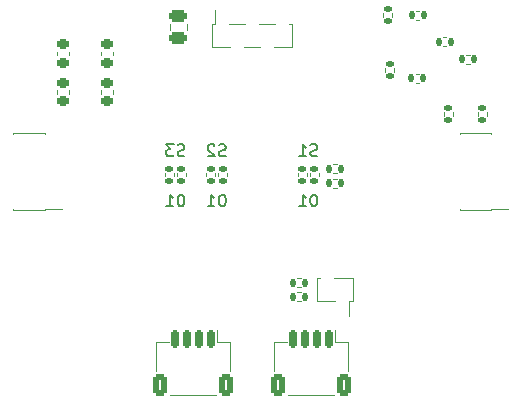
<source format=gbo>
%TF.GenerationSoftware,KiCad,Pcbnew,(6.0.9)*%
%TF.CreationDate,2023-02-02T10:43:15+01:00*%
%TF.ProjectId,ESPBoard,45535042-6f61-4726-942e-6b696361645f,rev?*%
%TF.SameCoordinates,Original*%
%TF.FileFunction,Legend,Bot*%
%TF.FilePolarity,Positive*%
%FSLAX46Y46*%
G04 Gerber Fmt 4.6, Leading zero omitted, Abs format (unit mm)*
G04 Created by KiCad (PCBNEW (6.0.9)) date 2023-02-02 10:43:15*
%MOMM*%
%LPD*%
G01*
G04 APERTURE LIST*
G04 Aperture macros list*
%AMRoundRect*
0 Rectangle with rounded corners*
0 $1 Rounding radius*
0 $2 $3 $4 $5 $6 $7 $8 $9 X,Y pos of 4 corners*
0 Add a 4 corners polygon primitive as box body*
4,1,4,$2,$3,$4,$5,$6,$7,$8,$9,$2,$3,0*
0 Add four circle primitives for the rounded corners*
1,1,$1+$1,$2,$3*
1,1,$1+$1,$4,$5*
1,1,$1+$1,$6,$7*
1,1,$1+$1,$8,$9*
0 Add four rect primitives between the rounded corners*
20,1,$1+$1,$2,$3,$4,$5,0*
20,1,$1+$1,$4,$5,$6,$7,0*
20,1,$1+$1,$6,$7,$8,$9,0*
20,1,$1+$1,$8,$9,$2,$3,0*%
G04 Aperture macros list end*
%ADD10C,0.160000*%
%ADD11C,0.120000*%
%ADD12C,0.600000*%
%ADD13RoundRect,0.225000X0.250000X-0.225000X0.250000X0.225000X-0.250000X0.225000X-0.250000X-0.225000X0*%
%ADD14RoundRect,0.150000X0.150000X0.625000X-0.150000X0.625000X-0.150000X-0.625000X0.150000X-0.625000X0*%
%ADD15RoundRect,0.250000X0.350000X0.650000X-0.350000X0.650000X-0.350000X-0.650000X0.350000X-0.650000X0*%
%ADD16RoundRect,0.135000X-0.185000X0.135000X-0.185000X-0.135000X0.185000X-0.135000X0.185000X0.135000X0*%
%ADD17RoundRect,0.250000X0.475000X-0.250000X0.475000X0.250000X-0.475000X0.250000X-0.475000X-0.250000X0*%
%ADD18RoundRect,0.135000X-0.135000X-0.185000X0.135000X-0.185000X0.135000X0.185000X-0.135000X0.185000X0*%
%ADD19RoundRect,0.135000X0.185000X-0.135000X0.185000X0.135000X-0.185000X0.135000X-0.185000X-0.135000X0*%
%ADD20R,2.100000X0.750000*%
%ADD21RoundRect,0.135000X0.135000X0.185000X-0.135000X0.185000X-0.135000X-0.185000X0.135000X-0.185000X0*%
%ADD22R,0.650000X1.800000*%
G04 APERTURE END LIST*
D10*
X147761904Y-98654761D02*
X147619047Y-98702380D01*
X147380952Y-98702380D01*
X147285714Y-98654761D01*
X147238095Y-98607142D01*
X147190476Y-98511904D01*
X147190476Y-98416666D01*
X147238095Y-98321428D01*
X147285714Y-98273809D01*
X147380952Y-98226190D01*
X147571428Y-98178571D01*
X147666666Y-98130952D01*
X147714285Y-98083333D01*
X147761904Y-97988095D01*
X147761904Y-97892857D01*
X147714285Y-97797619D01*
X147666666Y-97750000D01*
X147571428Y-97702380D01*
X147333333Y-97702380D01*
X147190476Y-97750000D01*
X146809523Y-97797619D02*
X146761904Y-97750000D01*
X146666666Y-97702380D01*
X146428571Y-97702380D01*
X146333333Y-97750000D01*
X146285714Y-97797619D01*
X146238095Y-97892857D01*
X146238095Y-97988095D01*
X146285714Y-98130952D01*
X146857142Y-98702380D01*
X146238095Y-98702380D01*
X144023809Y-101952380D02*
X143928571Y-101952380D01*
X143833333Y-102000000D01*
X143785714Y-102047619D01*
X143738095Y-102142857D01*
X143690476Y-102333333D01*
X143690476Y-102571428D01*
X143738095Y-102761904D01*
X143785714Y-102857142D01*
X143833333Y-102904761D01*
X143928571Y-102952380D01*
X144023809Y-102952380D01*
X144119047Y-102904761D01*
X144166666Y-102857142D01*
X144214285Y-102761904D01*
X144261904Y-102571428D01*
X144261904Y-102333333D01*
X144214285Y-102142857D01*
X144166666Y-102047619D01*
X144119047Y-102000000D01*
X144023809Y-101952380D01*
X142738095Y-102952380D02*
X143309523Y-102952380D01*
X143023809Y-102952380D02*
X143023809Y-101952380D01*
X143119047Y-102095238D01*
X143214285Y-102190476D01*
X143309523Y-102238095D01*
X155273809Y-101952380D02*
X155178571Y-101952380D01*
X155083333Y-102000000D01*
X155035714Y-102047619D01*
X154988095Y-102142857D01*
X154940476Y-102333333D01*
X154940476Y-102571428D01*
X154988095Y-102761904D01*
X155035714Y-102857142D01*
X155083333Y-102904761D01*
X155178571Y-102952380D01*
X155273809Y-102952380D01*
X155369047Y-102904761D01*
X155416666Y-102857142D01*
X155464285Y-102761904D01*
X155511904Y-102571428D01*
X155511904Y-102333333D01*
X155464285Y-102142857D01*
X155416666Y-102047619D01*
X155369047Y-102000000D01*
X155273809Y-101952380D01*
X153988095Y-102952380D02*
X154559523Y-102952380D01*
X154273809Y-102952380D02*
X154273809Y-101952380D01*
X154369047Y-102095238D01*
X154464285Y-102190476D01*
X154559523Y-102238095D01*
X144261904Y-98654761D02*
X144119047Y-98702380D01*
X143880952Y-98702380D01*
X143785714Y-98654761D01*
X143738095Y-98607142D01*
X143690476Y-98511904D01*
X143690476Y-98416666D01*
X143738095Y-98321428D01*
X143785714Y-98273809D01*
X143880952Y-98226190D01*
X144071428Y-98178571D01*
X144166666Y-98130952D01*
X144214285Y-98083333D01*
X144261904Y-97988095D01*
X144261904Y-97892857D01*
X144214285Y-97797619D01*
X144166666Y-97750000D01*
X144071428Y-97702380D01*
X143833333Y-97702380D01*
X143690476Y-97750000D01*
X143357142Y-97702380D02*
X142738095Y-97702380D01*
X143071428Y-98083333D01*
X142928571Y-98083333D01*
X142833333Y-98130952D01*
X142785714Y-98178571D01*
X142738095Y-98273809D01*
X142738095Y-98511904D01*
X142785714Y-98607142D01*
X142833333Y-98654761D01*
X142928571Y-98702380D01*
X143214285Y-98702380D01*
X143309523Y-98654761D01*
X143357142Y-98607142D01*
X155511904Y-98654761D02*
X155369047Y-98702380D01*
X155130952Y-98702380D01*
X155035714Y-98654761D01*
X154988095Y-98607142D01*
X154940476Y-98511904D01*
X154940476Y-98416666D01*
X154988095Y-98321428D01*
X155035714Y-98273809D01*
X155130952Y-98226190D01*
X155321428Y-98178571D01*
X155416666Y-98130952D01*
X155464285Y-98083333D01*
X155511904Y-97988095D01*
X155511904Y-97892857D01*
X155464285Y-97797619D01*
X155416666Y-97750000D01*
X155321428Y-97702380D01*
X155083333Y-97702380D01*
X154940476Y-97750000D01*
X153988095Y-98702380D02*
X154559523Y-98702380D01*
X154273809Y-98702380D02*
X154273809Y-97702380D01*
X154369047Y-97845238D01*
X154464285Y-97940476D01*
X154559523Y-97988095D01*
X147523809Y-101952380D02*
X147428571Y-101952380D01*
X147333333Y-102000000D01*
X147285714Y-102047619D01*
X147238095Y-102142857D01*
X147190476Y-102333333D01*
X147190476Y-102571428D01*
X147238095Y-102761904D01*
X147285714Y-102857142D01*
X147333333Y-102904761D01*
X147428571Y-102952380D01*
X147523809Y-102952380D01*
X147619047Y-102904761D01*
X147666666Y-102857142D01*
X147714285Y-102761904D01*
X147761904Y-102571428D01*
X147761904Y-102333333D01*
X147714285Y-102142857D01*
X147666666Y-102047619D01*
X147619047Y-102000000D01*
X147523809Y-101952380D01*
X146238095Y-102952380D02*
X146809523Y-102952380D01*
X146523809Y-102952380D02*
X146523809Y-101952380D01*
X146619047Y-102095238D01*
X146714285Y-102190476D01*
X146809523Y-102238095D01*
D11*
%TO.C,C401*%
X134510000Y-93390580D02*
X134510000Y-93109420D01*
X133490000Y-93390580D02*
X133490000Y-93109420D01*
%TO.C,J204*%
X147060000Y-114415000D02*
X147060000Y-113425000D01*
X146940000Y-118885000D02*
X143060000Y-118885000D01*
X141890000Y-116915000D02*
X141890000Y-114415000D01*
X141890000Y-114415000D02*
X142940000Y-114415000D01*
X148110000Y-114415000D02*
X147060000Y-114415000D01*
X148110000Y-116915000D02*
X148110000Y-114415000D01*
%TO.C,R410*%
X161120000Y-86596359D02*
X161120000Y-86903641D01*
X161880000Y-86596359D02*
X161880000Y-86903641D01*
%TO.C,C301*%
X143015000Y-88011252D02*
X143015000Y-87488748D01*
X144485000Y-88011252D02*
X144485000Y-87488748D01*
%TO.C,R319*%
X156846359Y-100130000D02*
X157153641Y-100130000D01*
X156846359Y-99370000D02*
X157153641Y-99370000D01*
%TO.C,R303*%
X153846359Y-110220000D02*
X154153641Y-110220000D01*
X153846359Y-110980000D02*
X154153641Y-110980000D01*
%TO.C,R307*%
X144380000Y-100403641D02*
X144380000Y-100096359D01*
X143620000Y-100403641D02*
X143620000Y-100096359D01*
%TO.C,R317*%
X142620000Y-100096359D02*
X142620000Y-100403641D01*
X143380000Y-100096359D02*
X143380000Y-100403641D01*
%TO.C,R407*%
X162030000Y-91246359D02*
X162030000Y-91553641D01*
X161270000Y-91246359D02*
X161270000Y-91553641D01*
%TO.C,J203*%
X129770000Y-103235000D02*
X129770000Y-103175000D01*
X132430000Y-103235000D02*
X132430000Y-103175000D01*
X129770000Y-103235000D02*
X132430000Y-103235000D01*
X129770000Y-96825000D02*
X129770000Y-96765000D01*
X132430000Y-96825000D02*
X132430000Y-96765000D01*
X129770000Y-96765000D02*
X132430000Y-96765000D01*
X132430000Y-103175000D02*
X133890000Y-103175000D01*
%TO.C,R402*%
X166146359Y-88620000D02*
X166453641Y-88620000D01*
X166146359Y-89380000D02*
X166453641Y-89380000D01*
%TO.C,R404*%
X169880000Y-95263641D02*
X169880000Y-94956359D01*
X169120000Y-95263641D02*
X169120000Y-94956359D01*
%TO.C,J207*%
X158110000Y-114415000D02*
X157060000Y-114415000D01*
X158110000Y-116915000D02*
X158110000Y-114415000D01*
X151890000Y-114415000D02*
X152940000Y-114415000D01*
X151890000Y-116915000D02*
X151890000Y-114415000D01*
X156940000Y-118885000D02*
X153060000Y-118885000D01*
X157060000Y-114415000D02*
X157060000Y-113425000D01*
%TO.C,R408*%
X164153641Y-92480000D02*
X163846359Y-92480000D01*
X164153641Y-91720000D02*
X163846359Y-91720000D01*
%TO.C,J201*%
X170230000Y-103175000D02*
X171690000Y-103175000D01*
X167570000Y-103235000D02*
X167570000Y-103175000D01*
X167570000Y-96825000D02*
X167570000Y-96765000D01*
X167570000Y-103235000D02*
X170230000Y-103235000D01*
X167570000Y-96765000D02*
X170230000Y-96765000D01*
X170230000Y-96825000D02*
X170230000Y-96765000D01*
X170230000Y-103235000D02*
X170230000Y-103175000D01*
%TO.C,R305*%
X154870000Y-100403641D02*
X154870000Y-100096359D01*
X155630000Y-100403641D02*
X155630000Y-100096359D01*
%TO.C,C403*%
X133490000Y-90140580D02*
X133490000Y-89859420D01*
X134510000Y-90140580D02*
X134510000Y-89859420D01*
%TO.C,R316*%
X146880000Y-100096359D02*
X146880000Y-100403641D01*
X146120000Y-100096359D02*
X146120000Y-100403641D01*
%TO.C,R306*%
X147120000Y-100403641D02*
X147120000Y-100096359D01*
X147880000Y-100403641D02*
X147880000Y-100096359D01*
%TO.C,R315*%
X154630000Y-100096359D02*
X154630000Y-100403641D01*
X153870000Y-100096359D02*
X153870000Y-100403641D01*
%TO.C,R318*%
X156846359Y-100620000D02*
X157153641Y-100620000D01*
X156846359Y-101380000D02*
X157153641Y-101380000D01*
%TO.C,R411*%
X164163641Y-87130000D02*
X163856359Y-87130000D01*
X164163641Y-86370000D02*
X163856359Y-86370000D01*
%TO.C,C404*%
X138260000Y-90140580D02*
X138260000Y-89859420D01*
X137240000Y-90140580D02*
X137240000Y-89859420D01*
%TO.C,J202*%
X158505000Y-110960000D02*
X158505000Y-109040000D01*
X158505000Y-109040000D02*
X156950000Y-109040000D01*
X155495000Y-110960000D02*
X155495000Y-109040000D01*
X158505000Y-110960000D02*
X158220000Y-110960000D01*
X155780000Y-109040000D02*
X155495000Y-109040000D01*
X157050000Y-110960000D02*
X155495000Y-110960000D01*
X158220000Y-112190000D02*
X158220000Y-110960000D01*
%TO.C,J206*%
X148045000Y-87540000D02*
X149415000Y-87540000D01*
X153125000Y-87540000D02*
X153410000Y-87540000D01*
X150585000Y-87540000D02*
X151955000Y-87540000D01*
X146590000Y-87540000D02*
X146590000Y-89460000D01*
X146875000Y-86310000D02*
X146875000Y-87540000D01*
X146590000Y-87540000D02*
X146875000Y-87540000D01*
X146590000Y-89460000D02*
X148145000Y-89460000D01*
X149315000Y-89460000D02*
X150685000Y-89460000D01*
X151855000Y-89460000D02*
X153410000Y-89460000D01*
X153410000Y-87540000D02*
X153410000Y-89460000D01*
%TO.C,R304*%
X153846359Y-109020000D02*
X154153641Y-109020000D01*
X153846359Y-109780000D02*
X154153641Y-109780000D01*
%TO.C,C402*%
X138260000Y-93390580D02*
X138260000Y-93109420D01*
X137240000Y-93390580D02*
X137240000Y-93109420D01*
%TO.C,R405*%
X166220000Y-94946359D02*
X166220000Y-95253641D01*
X166980000Y-94946359D02*
X166980000Y-95253641D01*
%TO.C,R401*%
X168146359Y-90120000D02*
X168453641Y-90120000D01*
X168146359Y-90880000D02*
X168453641Y-90880000D01*
%TD*%
%LPC*%
D12*
%TO.C,U301*%
X149200000Y-93360000D03*
X147100000Y-95460000D03*
X147800000Y-93360000D03*
X148500000Y-95460000D03*
X147800000Y-94760000D03*
X147100000Y-94060000D03*
X149200000Y-94760000D03*
X149200000Y-96160000D03*
X148500000Y-94060000D03*
X149900000Y-94060000D03*
X149900000Y-95460000D03*
X147800000Y-96160000D03*
%TD*%
D13*
%TO.C,C401*%
X134000000Y-94025000D03*
X134000000Y-92475000D03*
%TD*%
D14*
%TO.C,J204*%
X146500000Y-114200000D03*
X145500000Y-114200000D03*
X144500000Y-114200000D03*
X143500000Y-114200000D03*
D15*
X147800000Y-118075000D03*
X142200000Y-118075000D03*
%TD*%
D16*
%TO.C,R410*%
X161500000Y-86240000D03*
X161500000Y-87260000D03*
%TD*%
D17*
%TO.C,C301*%
X143750000Y-88700000D03*
X143750000Y-86800000D03*
%TD*%
D18*
%TO.C,R319*%
X156490000Y-99750000D03*
X157510000Y-99750000D03*
%TD*%
%TO.C,R303*%
X153490000Y-110600000D03*
X154510000Y-110600000D03*
%TD*%
D19*
%TO.C,R307*%
X144000000Y-100760000D03*
X144000000Y-99740000D03*
%TD*%
D16*
%TO.C,R317*%
X143000000Y-99740000D03*
X143000000Y-100760000D03*
%TD*%
%TO.C,R407*%
X161650000Y-90890000D03*
X161650000Y-91910000D03*
%TD*%
D20*
%TO.C,J203*%
X132900000Y-102540000D03*
X129300000Y-102540000D03*
X132900000Y-101270000D03*
X129300000Y-101270000D03*
X132900000Y-100000000D03*
X129300000Y-100000000D03*
X132900000Y-98730000D03*
X129300000Y-98730000D03*
X132900000Y-97460000D03*
X129300000Y-97460000D03*
%TD*%
D18*
%TO.C,R402*%
X165790000Y-89000000D03*
X166810000Y-89000000D03*
%TD*%
D19*
%TO.C,R404*%
X169500000Y-95620000D03*
X169500000Y-94600000D03*
%TD*%
D14*
%TO.C,J207*%
X156500000Y-114200000D03*
X155500000Y-114200000D03*
X154500000Y-114200000D03*
X153500000Y-114200000D03*
D15*
X152200000Y-118075000D03*
X157800000Y-118075000D03*
%TD*%
D21*
%TO.C,R408*%
X164510000Y-92100000D03*
X163490000Y-92100000D03*
%TD*%
D20*
%TO.C,J201*%
X170700000Y-102540000D03*
X167100000Y-102540000D03*
X170700000Y-101270000D03*
X167100000Y-101270000D03*
X170700000Y-100000000D03*
X167100000Y-100000000D03*
X170700000Y-98730000D03*
X167100000Y-98730000D03*
X170700000Y-97460000D03*
X167100000Y-97460000D03*
%TD*%
D19*
%TO.C,R305*%
X155250000Y-100760000D03*
X155250000Y-99740000D03*
%TD*%
D13*
%TO.C,C403*%
X134000000Y-90775000D03*
X134000000Y-89225000D03*
%TD*%
D16*
%TO.C,R316*%
X146500000Y-99740000D03*
X146500000Y-100760000D03*
%TD*%
D19*
%TO.C,R306*%
X147500000Y-100760000D03*
X147500000Y-99740000D03*
%TD*%
D16*
%TO.C,R315*%
X154250000Y-99740000D03*
X154250000Y-100760000D03*
%TD*%
D18*
%TO.C,R318*%
X156490000Y-101000000D03*
X157510000Y-101000000D03*
%TD*%
D21*
%TO.C,R411*%
X164520000Y-86750000D03*
X163500000Y-86750000D03*
%TD*%
D13*
%TO.C,C404*%
X137750000Y-90775000D03*
X137750000Y-89225000D03*
%TD*%
D22*
%TO.C,J202*%
X157635000Y-111350000D03*
X156365000Y-108650000D03*
%TD*%
%TO.C,J206*%
X147460000Y-87150000D03*
X148730000Y-89850000D03*
X150000000Y-87150000D03*
X151270000Y-89850000D03*
X152540000Y-87150000D03*
%TD*%
D18*
%TO.C,R304*%
X153490000Y-109400000D03*
X154510000Y-109400000D03*
%TD*%
D13*
%TO.C,C402*%
X137750000Y-94025000D03*
X137750000Y-92475000D03*
%TD*%
D16*
%TO.C,R405*%
X166600000Y-94590000D03*
X166600000Y-95610000D03*
%TD*%
D18*
%TO.C,R401*%
X167790000Y-90500000D03*
X168810000Y-90500000D03*
%TD*%
M02*

</source>
